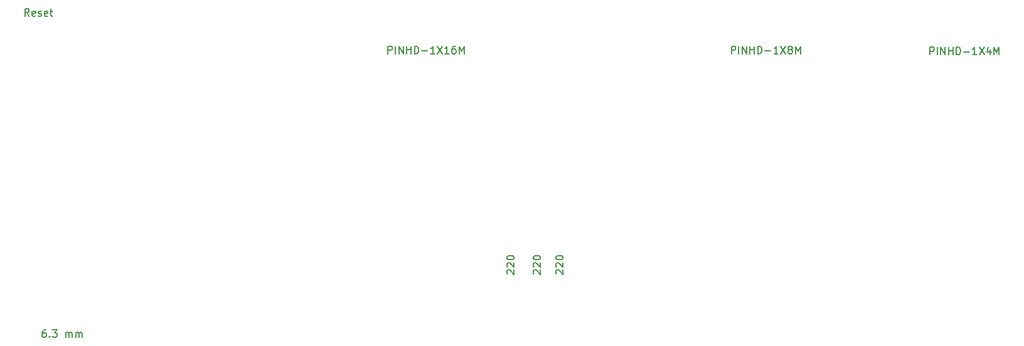
<source format=gbr>
G04 #@! TF.FileFunction,Other,Fab,Top*
%FSLAX46Y46*%
G04 Gerber Fmt 4.6, Leading zero omitted, Abs format (unit mm)*
G04 Created by KiCad (PCBNEW 4.0.5+dfsg1-4) date Sun Dec 29 19:54:52 2019*
%MOMM*%
%LPD*%
G01*
G04 APERTURE LIST*
%ADD10C,0.100000*%
%ADD11C,0.150000*%
G04 APERTURE END LIST*
D10*
D11*
X118047143Y-61539381D02*
X118047143Y-60539381D01*
X118428096Y-60539381D01*
X118523334Y-60587000D01*
X118570953Y-60634619D01*
X118618572Y-60729857D01*
X118618572Y-60872714D01*
X118570953Y-60967952D01*
X118523334Y-61015571D01*
X118428096Y-61063190D01*
X118047143Y-61063190D01*
X119047143Y-61539381D02*
X119047143Y-60539381D01*
X119523333Y-61539381D02*
X119523333Y-60539381D01*
X120094762Y-61539381D01*
X120094762Y-60539381D01*
X120570952Y-61539381D02*
X120570952Y-60539381D01*
X120570952Y-61015571D02*
X121142381Y-61015571D01*
X121142381Y-61539381D02*
X121142381Y-60539381D01*
X121618571Y-61539381D02*
X121618571Y-60539381D01*
X121856666Y-60539381D01*
X121999524Y-60587000D01*
X122094762Y-60682238D01*
X122142381Y-60777476D01*
X122190000Y-60967952D01*
X122190000Y-61110810D01*
X122142381Y-61301286D01*
X122094762Y-61396524D01*
X121999524Y-61491762D01*
X121856666Y-61539381D01*
X121618571Y-61539381D01*
X122618571Y-61158429D02*
X123380476Y-61158429D01*
X124380476Y-61539381D02*
X123809047Y-61539381D01*
X124094761Y-61539381D02*
X124094761Y-60539381D01*
X123999523Y-60682238D01*
X123904285Y-60777476D01*
X123809047Y-60825095D01*
X124713809Y-60539381D02*
X125380476Y-61539381D01*
X125380476Y-60539381D02*
X124713809Y-61539381D01*
X126285238Y-61539381D02*
X125713809Y-61539381D01*
X125999523Y-61539381D02*
X125999523Y-60539381D01*
X125904285Y-60682238D01*
X125809047Y-60777476D01*
X125713809Y-60825095D01*
X127142381Y-60539381D02*
X126951904Y-60539381D01*
X126856666Y-60587000D01*
X126809047Y-60634619D01*
X126713809Y-60777476D01*
X126666190Y-60967952D01*
X126666190Y-61348905D01*
X126713809Y-61444143D01*
X126761428Y-61491762D01*
X126856666Y-61539381D01*
X127047143Y-61539381D01*
X127142381Y-61491762D01*
X127190000Y-61444143D01*
X127237619Y-61348905D01*
X127237619Y-61110810D01*
X127190000Y-61015571D01*
X127142381Y-60967952D01*
X127047143Y-60920333D01*
X126856666Y-60920333D01*
X126761428Y-60967952D01*
X126713809Y-61015571D01*
X126666190Y-61110810D01*
X127666190Y-61539381D02*
X127666190Y-60539381D01*
X127999524Y-61253667D01*
X128332857Y-60539381D01*
X128332857Y-61539381D01*
X164370334Y-61539381D02*
X164370334Y-60539381D01*
X164751287Y-60539381D01*
X164846525Y-60587000D01*
X164894144Y-60634619D01*
X164941763Y-60729857D01*
X164941763Y-60872714D01*
X164894144Y-60967952D01*
X164846525Y-61015571D01*
X164751287Y-61063190D01*
X164370334Y-61063190D01*
X165370334Y-61539381D02*
X165370334Y-60539381D01*
X165846524Y-61539381D02*
X165846524Y-60539381D01*
X166417953Y-61539381D01*
X166417953Y-60539381D01*
X166894143Y-61539381D02*
X166894143Y-60539381D01*
X166894143Y-61015571D02*
X167465572Y-61015571D01*
X167465572Y-61539381D02*
X167465572Y-60539381D01*
X167941762Y-61539381D02*
X167941762Y-60539381D01*
X168179857Y-60539381D01*
X168322715Y-60587000D01*
X168417953Y-60682238D01*
X168465572Y-60777476D01*
X168513191Y-60967952D01*
X168513191Y-61110810D01*
X168465572Y-61301286D01*
X168417953Y-61396524D01*
X168322715Y-61491762D01*
X168179857Y-61539381D01*
X167941762Y-61539381D01*
X168941762Y-61158429D02*
X169703667Y-61158429D01*
X170703667Y-61539381D02*
X170132238Y-61539381D01*
X170417952Y-61539381D02*
X170417952Y-60539381D01*
X170322714Y-60682238D01*
X170227476Y-60777476D01*
X170132238Y-60825095D01*
X171037000Y-60539381D02*
X171703667Y-61539381D01*
X171703667Y-60539381D02*
X171037000Y-61539381D01*
X172227476Y-60967952D02*
X172132238Y-60920333D01*
X172084619Y-60872714D01*
X172037000Y-60777476D01*
X172037000Y-60729857D01*
X172084619Y-60634619D01*
X172132238Y-60587000D01*
X172227476Y-60539381D01*
X172417953Y-60539381D01*
X172513191Y-60587000D01*
X172560810Y-60634619D01*
X172608429Y-60729857D01*
X172608429Y-60777476D01*
X172560810Y-60872714D01*
X172513191Y-60920333D01*
X172417953Y-60967952D01*
X172227476Y-60967952D01*
X172132238Y-61015571D01*
X172084619Y-61063190D01*
X172037000Y-61158429D01*
X172037000Y-61348905D01*
X172084619Y-61444143D01*
X172132238Y-61491762D01*
X172227476Y-61539381D01*
X172417953Y-61539381D01*
X172513191Y-61491762D01*
X172560810Y-61444143D01*
X172608429Y-61348905D01*
X172608429Y-61158429D01*
X172560810Y-61063190D01*
X172513191Y-61015571D01*
X172417953Y-60967952D01*
X173037000Y-61539381D02*
X173037000Y-60539381D01*
X173370334Y-61253667D01*
X173703667Y-60539381D01*
X173703667Y-61539381D01*
X191167334Y-61666381D02*
X191167334Y-60666381D01*
X191548287Y-60666381D01*
X191643525Y-60714000D01*
X191691144Y-60761619D01*
X191738763Y-60856857D01*
X191738763Y-60999714D01*
X191691144Y-61094952D01*
X191643525Y-61142571D01*
X191548287Y-61190190D01*
X191167334Y-61190190D01*
X192167334Y-61666381D02*
X192167334Y-60666381D01*
X192643524Y-61666381D02*
X192643524Y-60666381D01*
X193214953Y-61666381D01*
X193214953Y-60666381D01*
X193691143Y-61666381D02*
X193691143Y-60666381D01*
X193691143Y-61142571D02*
X194262572Y-61142571D01*
X194262572Y-61666381D02*
X194262572Y-60666381D01*
X194738762Y-61666381D02*
X194738762Y-60666381D01*
X194976857Y-60666381D01*
X195119715Y-60714000D01*
X195214953Y-60809238D01*
X195262572Y-60904476D01*
X195310191Y-61094952D01*
X195310191Y-61237810D01*
X195262572Y-61428286D01*
X195214953Y-61523524D01*
X195119715Y-61618762D01*
X194976857Y-61666381D01*
X194738762Y-61666381D01*
X195738762Y-61285429D02*
X196500667Y-61285429D01*
X197500667Y-61666381D02*
X196929238Y-61666381D01*
X197214952Y-61666381D02*
X197214952Y-60666381D01*
X197119714Y-60809238D01*
X197024476Y-60904476D01*
X196929238Y-60952095D01*
X197834000Y-60666381D02*
X198500667Y-61666381D01*
X198500667Y-60666381D02*
X197834000Y-61666381D01*
X199310191Y-60999714D02*
X199310191Y-61666381D01*
X199072095Y-60618762D02*
X198834000Y-61333048D01*
X199453048Y-61333048D01*
X199834000Y-61666381D02*
X199834000Y-60666381D01*
X200167334Y-61380667D01*
X200500667Y-60666381D01*
X200500667Y-61666381D01*
X71853946Y-98832421D02*
X71663469Y-98832421D01*
X71568231Y-98880040D01*
X71520612Y-98927659D01*
X71425374Y-99070516D01*
X71377755Y-99260992D01*
X71377755Y-99641945D01*
X71425374Y-99737183D01*
X71472993Y-99784802D01*
X71568231Y-99832421D01*
X71758708Y-99832421D01*
X71853946Y-99784802D01*
X71901565Y-99737183D01*
X71949184Y-99641945D01*
X71949184Y-99403850D01*
X71901565Y-99308611D01*
X71853946Y-99260992D01*
X71758708Y-99213373D01*
X71568231Y-99213373D01*
X71472993Y-99260992D01*
X71425374Y-99308611D01*
X71377755Y-99403850D01*
X72377755Y-99737183D02*
X72425374Y-99784802D01*
X72377755Y-99832421D01*
X72330136Y-99784802D01*
X72377755Y-99737183D01*
X72377755Y-99832421D01*
X72758707Y-98832421D02*
X73377755Y-98832421D01*
X73044421Y-99213373D01*
X73187279Y-99213373D01*
X73282517Y-99260992D01*
X73330136Y-99308611D01*
X73377755Y-99403850D01*
X73377755Y-99641945D01*
X73330136Y-99737183D01*
X73282517Y-99784802D01*
X73187279Y-99832421D01*
X72901564Y-99832421D01*
X72806326Y-99784802D01*
X72758707Y-99737183D01*
X74568231Y-99832421D02*
X74568231Y-99165754D01*
X74568231Y-99260992D02*
X74615850Y-99213373D01*
X74711088Y-99165754D01*
X74853946Y-99165754D01*
X74949184Y-99213373D01*
X74996803Y-99308611D01*
X74996803Y-99832421D01*
X74996803Y-99308611D02*
X75044422Y-99213373D01*
X75139660Y-99165754D01*
X75282517Y-99165754D01*
X75377755Y-99213373D01*
X75425374Y-99308611D01*
X75425374Y-99832421D01*
X75901564Y-99832421D02*
X75901564Y-99165754D01*
X75901564Y-99260992D02*
X75949183Y-99213373D01*
X76044421Y-99165754D01*
X76187279Y-99165754D01*
X76282517Y-99213373D01*
X76330136Y-99308611D01*
X76330136Y-99832421D01*
X76330136Y-99308611D02*
X76377755Y-99213373D01*
X76472993Y-99165754D01*
X76615850Y-99165754D01*
X76711088Y-99213373D01*
X76758707Y-99308611D01*
X76758707Y-99832421D01*
X69627905Y-56459381D02*
X69294571Y-55983190D01*
X69056476Y-56459381D02*
X69056476Y-55459381D01*
X69437429Y-55459381D01*
X69532667Y-55507000D01*
X69580286Y-55554619D01*
X69627905Y-55649857D01*
X69627905Y-55792714D01*
X69580286Y-55887952D01*
X69532667Y-55935571D01*
X69437429Y-55983190D01*
X69056476Y-55983190D01*
X70437429Y-56411762D02*
X70342191Y-56459381D01*
X70151714Y-56459381D01*
X70056476Y-56411762D01*
X70008857Y-56316524D01*
X70008857Y-55935571D01*
X70056476Y-55840333D01*
X70151714Y-55792714D01*
X70342191Y-55792714D01*
X70437429Y-55840333D01*
X70485048Y-55935571D01*
X70485048Y-56030810D01*
X70008857Y-56126048D01*
X70866000Y-56411762D02*
X70961238Y-56459381D01*
X71151714Y-56459381D01*
X71246953Y-56411762D01*
X71294572Y-56316524D01*
X71294572Y-56268905D01*
X71246953Y-56173667D01*
X71151714Y-56126048D01*
X71008857Y-56126048D01*
X70913619Y-56078429D01*
X70866000Y-55983190D01*
X70866000Y-55935571D01*
X70913619Y-55840333D01*
X71008857Y-55792714D01*
X71151714Y-55792714D01*
X71246953Y-55840333D01*
X72104096Y-56411762D02*
X72008858Y-56459381D01*
X71818381Y-56459381D01*
X71723143Y-56411762D01*
X71675524Y-56316524D01*
X71675524Y-55935571D01*
X71723143Y-55840333D01*
X71818381Y-55792714D01*
X72008858Y-55792714D01*
X72104096Y-55840333D01*
X72151715Y-55935571D01*
X72151715Y-56030810D01*
X71675524Y-56126048D01*
X72437429Y-55792714D02*
X72818381Y-55792714D01*
X72580286Y-55459381D02*
X72580286Y-56316524D01*
X72627905Y-56411762D01*
X72723143Y-56459381D01*
X72818381Y-56459381D01*
X134167619Y-91281095D02*
X134120000Y-91233476D01*
X134072381Y-91138238D01*
X134072381Y-90900142D01*
X134120000Y-90804904D01*
X134167619Y-90757285D01*
X134262857Y-90709666D01*
X134358095Y-90709666D01*
X134500952Y-90757285D01*
X135072381Y-91328714D01*
X135072381Y-90709666D01*
X134167619Y-90328714D02*
X134120000Y-90281095D01*
X134072381Y-90185857D01*
X134072381Y-89947761D01*
X134120000Y-89852523D01*
X134167619Y-89804904D01*
X134262857Y-89757285D01*
X134358095Y-89757285D01*
X134500952Y-89804904D01*
X135072381Y-90376333D01*
X135072381Y-89757285D01*
X134072381Y-89138238D02*
X134072381Y-89042999D01*
X134120000Y-88947761D01*
X134167619Y-88900142D01*
X134262857Y-88852523D01*
X134453333Y-88804904D01*
X134691429Y-88804904D01*
X134881905Y-88852523D01*
X134977143Y-88900142D01*
X135024762Y-88947761D01*
X135072381Y-89042999D01*
X135072381Y-89138238D01*
X135024762Y-89233476D01*
X134977143Y-89281095D01*
X134881905Y-89328714D01*
X134691429Y-89376333D01*
X134453333Y-89376333D01*
X134262857Y-89328714D01*
X134167619Y-89281095D01*
X134120000Y-89233476D01*
X134072381Y-89138238D01*
X137723619Y-91281095D02*
X137676000Y-91233476D01*
X137628381Y-91138238D01*
X137628381Y-90900142D01*
X137676000Y-90804904D01*
X137723619Y-90757285D01*
X137818857Y-90709666D01*
X137914095Y-90709666D01*
X138056952Y-90757285D01*
X138628381Y-91328714D01*
X138628381Y-90709666D01*
X137723619Y-90328714D02*
X137676000Y-90281095D01*
X137628381Y-90185857D01*
X137628381Y-89947761D01*
X137676000Y-89852523D01*
X137723619Y-89804904D01*
X137818857Y-89757285D01*
X137914095Y-89757285D01*
X138056952Y-89804904D01*
X138628381Y-90376333D01*
X138628381Y-89757285D01*
X137628381Y-89138238D02*
X137628381Y-89042999D01*
X137676000Y-88947761D01*
X137723619Y-88900142D01*
X137818857Y-88852523D01*
X138009333Y-88804904D01*
X138247429Y-88804904D01*
X138437905Y-88852523D01*
X138533143Y-88900142D01*
X138580762Y-88947761D01*
X138628381Y-89042999D01*
X138628381Y-89138238D01*
X138580762Y-89233476D01*
X138533143Y-89281095D01*
X138437905Y-89328714D01*
X138247429Y-89376333D01*
X138009333Y-89376333D01*
X137818857Y-89328714D01*
X137723619Y-89281095D01*
X137676000Y-89233476D01*
X137628381Y-89138238D01*
X140771619Y-91281095D02*
X140724000Y-91233476D01*
X140676381Y-91138238D01*
X140676381Y-90900142D01*
X140724000Y-90804904D01*
X140771619Y-90757285D01*
X140866857Y-90709666D01*
X140962095Y-90709666D01*
X141104952Y-90757285D01*
X141676381Y-91328714D01*
X141676381Y-90709666D01*
X140771619Y-90328714D02*
X140724000Y-90281095D01*
X140676381Y-90185857D01*
X140676381Y-89947761D01*
X140724000Y-89852523D01*
X140771619Y-89804904D01*
X140866857Y-89757285D01*
X140962095Y-89757285D01*
X141104952Y-89804904D01*
X141676381Y-90376333D01*
X141676381Y-89757285D01*
X140676381Y-89138238D02*
X140676381Y-89042999D01*
X140724000Y-88947761D01*
X140771619Y-88900142D01*
X140866857Y-88852523D01*
X141057333Y-88804904D01*
X141295429Y-88804904D01*
X141485905Y-88852523D01*
X141581143Y-88900142D01*
X141628762Y-88947761D01*
X141676381Y-89042999D01*
X141676381Y-89138238D01*
X141628762Y-89233476D01*
X141581143Y-89281095D01*
X141485905Y-89328714D01*
X141295429Y-89376333D01*
X141057333Y-89376333D01*
X140866857Y-89328714D01*
X140771619Y-89281095D01*
X140724000Y-89233476D01*
X140676381Y-89138238D01*
M02*

</source>
